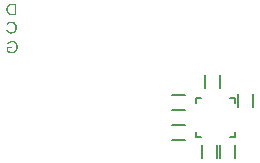
<source format=gbr>
G04 EAGLE Gerber RS-274X export*
G75*
%MOMM*%
%FSLAX34Y34*%
%LPD*%
%INSilkscreen Bottom*%
%IPPOS*%
%AMOC8*
5,1,8,0,0,1.08239X$1,22.5*%
G01*
G04 Define Apertures*
%ADD10C,0.152400*%
%ADD11C,0.127000*%
G36*
X-168618Y86360D02*
X-172309Y86360D01*
X-172661Y86370D01*
X-173003Y86398D01*
X-173334Y86446D01*
X-173654Y86512D01*
X-173964Y86598D01*
X-174263Y86703D01*
X-174552Y86827D01*
X-174831Y86969D01*
X-175096Y87130D01*
X-175346Y87307D01*
X-175580Y87502D01*
X-175799Y87713D01*
X-176002Y87940D01*
X-176190Y88185D01*
X-176362Y88446D01*
X-176519Y88724D01*
X-176658Y89016D01*
X-176779Y89320D01*
X-176881Y89636D01*
X-176965Y89964D01*
X-177030Y90304D01*
X-177077Y90656D01*
X-177105Y91020D01*
X-177114Y91396D01*
X-177093Y91959D01*
X-177029Y92489D01*
X-176922Y92985D01*
X-176773Y93449D01*
X-176582Y93879D01*
X-176348Y94276D01*
X-176071Y94640D01*
X-175752Y94971D01*
X-175393Y95266D01*
X-174999Y95521D01*
X-174569Y95737D01*
X-174103Y95914D01*
X-173602Y96052D01*
X-173064Y96150D01*
X-172491Y96209D01*
X-171882Y96228D01*
X-168618Y96228D01*
X-168618Y86360D01*
G37*
%LPC*%
G36*
X-169956Y87432D02*
X-169956Y95157D01*
X-171854Y95157D01*
X-172316Y95142D01*
X-172750Y95097D01*
X-173156Y95021D01*
X-173534Y94916D01*
X-173884Y94781D01*
X-174205Y94615D01*
X-174499Y94419D01*
X-174764Y94194D01*
X-175000Y93939D01*
X-175204Y93658D01*
X-175377Y93349D01*
X-175518Y93013D01*
X-175628Y92649D01*
X-175706Y92259D01*
X-175753Y91841D01*
X-175769Y91396D01*
X-175762Y91096D01*
X-175742Y90807D01*
X-175707Y90527D01*
X-175659Y90258D01*
X-175597Y89998D01*
X-175521Y89749D01*
X-175431Y89510D01*
X-175328Y89281D01*
X-175212Y89063D01*
X-175083Y88859D01*
X-174943Y88667D01*
X-174791Y88489D01*
X-174627Y88324D01*
X-174451Y88172D01*
X-174263Y88033D01*
X-174064Y87908D01*
X-173854Y87796D01*
X-173636Y87699D01*
X-173410Y87618D01*
X-173175Y87551D01*
X-172932Y87499D01*
X-172682Y87461D01*
X-172422Y87439D01*
X-172155Y87432D01*
X-169956Y87432D01*
G37*
%LPD*%
G36*
X-172982Y70980D02*
X-173340Y70990D01*
X-173688Y71022D01*
X-174024Y71074D01*
X-174350Y71146D01*
X-174664Y71240D01*
X-174968Y71354D01*
X-175260Y71489D01*
X-175542Y71645D01*
X-175810Y71821D01*
X-176062Y72016D01*
X-176299Y72230D01*
X-176521Y72463D01*
X-176727Y72715D01*
X-176918Y72986D01*
X-177094Y73276D01*
X-177254Y73585D01*
X-176161Y74132D01*
X-175884Y73651D01*
X-175575Y73234D01*
X-175409Y73049D01*
X-175234Y72881D01*
X-175051Y72729D01*
X-174860Y72593D01*
X-174662Y72472D01*
X-174455Y72368D01*
X-174240Y72280D01*
X-174017Y72208D01*
X-173786Y72152D01*
X-173547Y72112D01*
X-173300Y72088D01*
X-173045Y72080D01*
X-172651Y72097D01*
X-172278Y72148D01*
X-171925Y72235D01*
X-171594Y72355D01*
X-171284Y72510D01*
X-170994Y72700D01*
X-170725Y72924D01*
X-170478Y73183D01*
X-170255Y73469D01*
X-170063Y73779D01*
X-169899Y74110D01*
X-169766Y74463D01*
X-169662Y74839D01*
X-169588Y75237D01*
X-169544Y75657D01*
X-169529Y76100D01*
X-169543Y76546D01*
X-169586Y76968D01*
X-169657Y77366D01*
X-169756Y77739D01*
X-169884Y78088D01*
X-170041Y78413D01*
X-170226Y78713D01*
X-170439Y78989D01*
X-170678Y79236D01*
X-170940Y79450D01*
X-171225Y79631D01*
X-171532Y79779D01*
X-171862Y79895D01*
X-172215Y79977D01*
X-172590Y80026D01*
X-172989Y80043D01*
X-173245Y80036D01*
X-173493Y80014D01*
X-173731Y79979D01*
X-173961Y79929D01*
X-174182Y79865D01*
X-174394Y79787D01*
X-174598Y79694D01*
X-174792Y79588D01*
X-174976Y79467D01*
X-175146Y79335D01*
X-175303Y79189D01*
X-175448Y79031D01*
X-175579Y78860D01*
X-175698Y78676D01*
X-175803Y78480D01*
X-175895Y78271D01*
X-177163Y78691D01*
X-177030Y78985D01*
X-176879Y79260D01*
X-176711Y79516D01*
X-176526Y79754D01*
X-176322Y79973D01*
X-176102Y80174D01*
X-175864Y80356D01*
X-175608Y80519D01*
X-175336Y80664D01*
X-175047Y80789D01*
X-174742Y80895D01*
X-174421Y80981D01*
X-174084Y81049D01*
X-173730Y81097D01*
X-173360Y81126D01*
X-172975Y81135D01*
X-172426Y81115D01*
X-171908Y81052D01*
X-171421Y80947D01*
X-170965Y80801D01*
X-170539Y80613D01*
X-170143Y80383D01*
X-169779Y80111D01*
X-169445Y79798D01*
X-169146Y79447D01*
X-168887Y79065D01*
X-168668Y78651D01*
X-168489Y78204D01*
X-168349Y77726D01*
X-168250Y77216D01*
X-168190Y76674D01*
X-168170Y76100D01*
X-168179Y75712D01*
X-168206Y75338D01*
X-168250Y74977D01*
X-168313Y74630D01*
X-168393Y74295D01*
X-168491Y73974D01*
X-168607Y73666D01*
X-168741Y73372D01*
X-168892Y73092D01*
X-169059Y72829D01*
X-169242Y72582D01*
X-169441Y72353D01*
X-169657Y72139D01*
X-169889Y71943D01*
X-170137Y71763D01*
X-170401Y71600D01*
X-170679Y71454D01*
X-170970Y71329D01*
X-171274Y71222D01*
X-171590Y71135D01*
X-171919Y71067D01*
X-172261Y71019D01*
X-172615Y70990D01*
X-172982Y70980D01*
G37*
G36*
X-172337Y54470D02*
X-172667Y54477D01*
X-172991Y54497D01*
X-173308Y54532D01*
X-173620Y54579D01*
X-173926Y54641D01*
X-174225Y54716D01*
X-174519Y54805D01*
X-174806Y54908D01*
X-175353Y55149D01*
X-175856Y55436D01*
X-176314Y55767D01*
X-176729Y56144D01*
X-176729Y59548D01*
X-172547Y59548D01*
X-172547Y58427D01*
X-175496Y58427D01*
X-175496Y56648D01*
X-175217Y56409D01*
X-174898Y56196D01*
X-174539Y56010D01*
X-174141Y55850D01*
X-173714Y55721D01*
X-173271Y55629D01*
X-172813Y55574D01*
X-172337Y55556D01*
X-171925Y55572D01*
X-171536Y55623D01*
X-171170Y55708D01*
X-170826Y55826D01*
X-170506Y55978D01*
X-170209Y56164D01*
X-169934Y56384D01*
X-169683Y56638D01*
X-169458Y56920D01*
X-169263Y57228D01*
X-169098Y57560D01*
X-168963Y57917D01*
X-168858Y58298D01*
X-168783Y58704D01*
X-168738Y59134D01*
X-168723Y59590D01*
X-168738Y60046D01*
X-168780Y60475D01*
X-168850Y60879D01*
X-168949Y61256D01*
X-169076Y61606D01*
X-169232Y61930D01*
X-169415Y62228D01*
X-169627Y62500D01*
X-169865Y62742D01*
X-170129Y62952D01*
X-170418Y63129D01*
X-170732Y63275D01*
X-171071Y63388D01*
X-171435Y63468D01*
X-171825Y63517D01*
X-172239Y63533D01*
X-172509Y63527D01*
X-172767Y63509D01*
X-173013Y63479D01*
X-173249Y63437D01*
X-173473Y63382D01*
X-173686Y63316D01*
X-173887Y63238D01*
X-174078Y63148D01*
X-174258Y63044D01*
X-174427Y62927D01*
X-174587Y62795D01*
X-174737Y62649D01*
X-174877Y62488D01*
X-175007Y62314D01*
X-175237Y61922D01*
X-176512Y62300D01*
X-176366Y62594D01*
X-176206Y62868D01*
X-176031Y63121D01*
X-175841Y63352D01*
X-175637Y63564D01*
X-175418Y63754D01*
X-175184Y63923D01*
X-174936Y64072D01*
X-174670Y64202D01*
X-174386Y64314D01*
X-174082Y64409D01*
X-173759Y64487D01*
X-173417Y64548D01*
X-173055Y64591D01*
X-172674Y64617D01*
X-172274Y64625D01*
X-171708Y64605D01*
X-171173Y64543D01*
X-170672Y64440D01*
X-170203Y64296D01*
X-169767Y64111D01*
X-169363Y63885D01*
X-168992Y63617D01*
X-168653Y63309D01*
X-168351Y62963D01*
X-168090Y62582D01*
X-167868Y62169D01*
X-167687Y61721D01*
X-167546Y61239D01*
X-167445Y60723D01*
X-167385Y60173D01*
X-167365Y59590D01*
X-167374Y59204D01*
X-167402Y58831D01*
X-167448Y58471D01*
X-167513Y58123D01*
X-167596Y57789D01*
X-167698Y57467D01*
X-167818Y57158D01*
X-167956Y56862D01*
X-168113Y56580D01*
X-168285Y56316D01*
X-168475Y56069D01*
X-168681Y55838D01*
X-168903Y55625D01*
X-169142Y55428D01*
X-169397Y55249D01*
X-169669Y55086D01*
X-169956Y54942D01*
X-170256Y54817D01*
X-170569Y54711D01*
X-170896Y54624D01*
X-171237Y54557D01*
X-171590Y54508D01*
X-171957Y54480D01*
X-172337Y54470D01*
G37*
D10*
X-16764Y16764D02*
X-12097Y16764D01*
X16764Y16764D02*
X16764Y12097D01*
X16764Y-16764D02*
X12097Y-16764D01*
X-16764Y-16764D02*
X-16764Y-12097D01*
X-16764Y12097D02*
X-16764Y16764D01*
X12097Y16764D02*
X16764Y16764D01*
X16764Y-12097D02*
X16764Y-16764D01*
X-12097Y-16764D02*
X-16764Y-16764D01*
D11*
X3874Y-23710D02*
X3874Y-34710D01*
X16446Y-34710D02*
X16446Y-23710D01*
X1280Y-23710D02*
X1280Y-34710D01*
X-11440Y-34710D02*
X-11440Y-23710D01*
X31760Y8470D02*
X31760Y19470D01*
X19040Y19470D02*
X19040Y8470D01*
X-26250Y6360D02*
X-37250Y6360D01*
X-37250Y-6360D02*
X-26250Y-6360D01*
X-26250Y19060D02*
X-37250Y19060D01*
X-37250Y6340D02*
X-26250Y6340D01*
X3820Y24980D02*
X3820Y35980D01*
X-8900Y35980D02*
X-8900Y24980D01*
X-26250Y-6340D02*
X-37250Y-6340D01*
X-37250Y-19060D02*
X-26250Y-19060D01*
M02*

</source>
